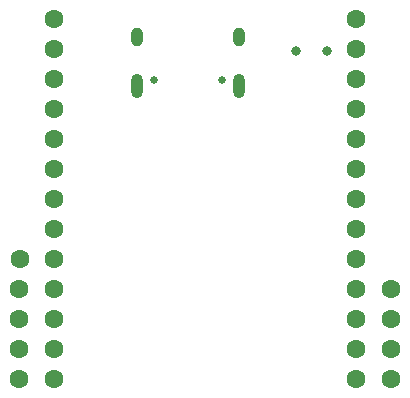
<source format=gbr>
%TF.GenerationSoftware,KiCad,Pcbnew,(6.99.0-1594-g5bf163de80)*%
%TF.CreationDate,2022-06-08T17:32:02-04:00*%
%TF.ProjectId,nrf52840,6e726635-3238-4343-902e-6b696361645f,v1.0*%
%TF.SameCoordinates,Original*%
%TF.FileFunction,Soldermask,Bot*%
%TF.FilePolarity,Negative*%
%FSLAX46Y46*%
G04 Gerber Fmt 4.6, Leading zero omitted, Abs format (unit mm)*
G04 Created by KiCad (PCBNEW (6.99.0-1594-g5bf163de80)) date 2022-06-08 17:32:02*
%MOMM*%
%LPD*%
G01*
G04 APERTURE LIST*
%ADD10C,1.600000*%
%ADD11C,0.650000*%
%ADD12O,1.000000X2.100000*%
%ADD13O,1.000000X1.600000*%
%ADD14C,0.800000*%
G04 APERTURE END LIST*
D10*
%TO.C,U4*%
X150190000Y-82760000D03*
X150190000Y-85300000D03*
X150190000Y-87840000D03*
X150190000Y-90380000D03*
X150190000Y-92920000D03*
X150190000Y-95460000D03*
X150190000Y-98000000D03*
X150190000Y-100540000D03*
X150190000Y-103080000D03*
X150190000Y-105620000D03*
X150190000Y-108160000D03*
X150190000Y-110700000D03*
X150190000Y-113240000D03*
X147210000Y-113240000D03*
X147210000Y-110700000D03*
X147210000Y-108160000D03*
X147210000Y-105620000D03*
X178710000Y-113240000D03*
X178710000Y-110700000D03*
X178710000Y-108160000D03*
X178710000Y-105620000D03*
X175760000Y-113240000D03*
X175760000Y-110700000D03*
X175760000Y-108160000D03*
X175760000Y-105620000D03*
X175760000Y-103080000D03*
X175760000Y-100540000D03*
X175760000Y-98000000D03*
X175760000Y-95460000D03*
X175760000Y-92920000D03*
X175760000Y-90380000D03*
X175760000Y-87840000D03*
X175760000Y-85300000D03*
X175760000Y-82760000D03*
X147235000Y-103095000D03*
%TD*%
D11*
%TO.C,J1*%
X164380000Y-87920000D03*
X158600000Y-87920000D03*
D12*
X157169999Y-88449999D03*
D13*
X157169999Y-84269999D03*
X165809999Y-84269999D03*
D12*
X165809999Y-88449999D03*
%TD*%
D14*
%TO.C,J2*%
X173275000Y-85500000D03*
%TD*%
%TO.C,J4*%
X170650000Y-85450000D03*
%TD*%
M02*

</source>
